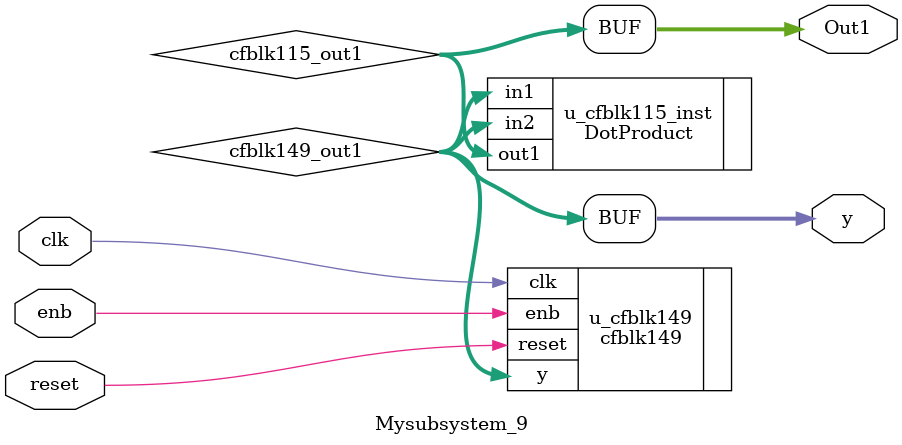
<source format=v>



`timescale 1 ns / 1 ns

module Mysubsystem_9
          (clk,
           reset,
           enb,
           Out1,
           y);


  input   clk;
  input   reset;
  input   enb;
  output  [15:0] Out1;  // uint16
  output  [7:0] y;  // uint8


  wire [7:0] cfblk149_out1;  // uint8
  wire [15:0] cfblk115_out1;  // uint16


  cfblk149 u_cfblk149 (.clk(clk),
                       .reset(reset),
                       .enb(enb),
                       .y(cfblk149_out1)  // uint8
                       );

  DotProduct u_cfblk115_inst (.in1(cfblk149_out1),  // uint8
                              .in2(cfblk149_out1),  // uint8
                              .out1(cfblk115_out1)  // uint16
                              );

  assign Out1 = cfblk115_out1;

  assign y = cfblk149_out1;

endmodule  // Mysubsystem_9


</source>
